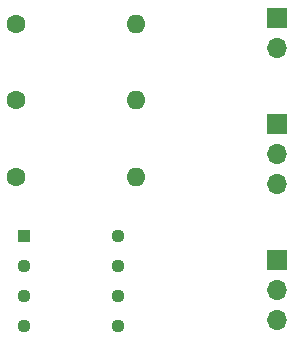
<source format=gbr>
%TF.GenerationSoftware,KiCad,Pcbnew,8.0.8*%
%TF.CreationDate,2025-02-03T10:46:48-05:00*%
%TF.ProjectId,CurrentDriverBoard,43757272-656e-4744-9472-69766572426f,rev?*%
%TF.SameCoordinates,Original*%
%TF.FileFunction,Soldermask,Bot*%
%TF.FilePolarity,Negative*%
%FSLAX46Y46*%
G04 Gerber Fmt 4.6, Leading zero omitted, Abs format (unit mm)*
G04 Created by KiCad (PCBNEW 8.0.8) date 2025-02-03 10:46:48*
%MOMM*%
%LPD*%
G01*
G04 APERTURE LIST*
%ADD10R,1.700000X1.700000*%
%ADD11O,1.700000X1.700000*%
%ADD12C,1.600000*%
%ADD13O,1.600000X1.600000*%
%ADD14R,1.130000X1.130000*%
%ADD15C,1.130000*%
G04 APERTURE END LIST*
D10*
%TO.C,J1*%
X160500000Y-93000000D03*
D11*
X160500000Y-95540000D03*
X160500000Y-98080000D03*
%TD*%
D12*
%TO.C,R3*%
X138420000Y-86000000D03*
D13*
X148580000Y-86000000D03*
%TD*%
D12*
%TO.C,R2*%
X138420000Y-79500000D03*
D13*
X148580000Y-79500000D03*
%TD*%
D10*
%TO.C,J2*%
X160500000Y-81500000D03*
D11*
X160500000Y-84040000D03*
X160500000Y-86580000D03*
%TD*%
D12*
%TO.C,R1*%
X138420000Y-73000000D03*
D13*
X148580000Y-73000000D03*
%TD*%
D10*
%TO.C,J3*%
X160500000Y-72500000D03*
D11*
X160500000Y-75040000D03*
%TD*%
D14*
%TO.C,U1*%
X139060000Y-91000000D03*
D15*
X139060000Y-93540000D03*
X139060000Y-96080000D03*
X139060000Y-98620000D03*
X147000000Y-98620000D03*
X147000000Y-96080000D03*
X147000000Y-93540000D03*
X147000000Y-91000000D03*
%TD*%
M02*

</source>
